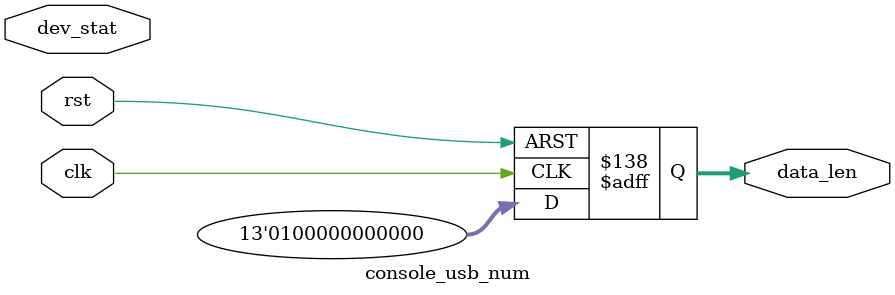
<source format=v>
module console_usb_num(
    input clk,
    input rst,

    input [0:15] dev_stat, 
    output reg [12:0] data_len

);

    reg [11:0] num0, num1, num2, num3;
    reg [11:0] num4, num5, num6, num7;


    always@(posedge clk or posedge rst) begin
        if(rst) num0 <= 12'h000;
        else if(dev_stat[0:1] == 2'b00) num0 <= 12'h000;
        else if(dev_stat[0:1] == 2'b01) num0 <= 12'h080;
        else if(dev_stat[0:1] == 2'b10) num0 <= 12'h100;
        else if(dev_stat[0:1] == 2'b11) num0 <= 12'h200;
        else num0 <= num0;
    end

    always@(posedge clk or posedge rst) begin
        if(rst) num1 <= 12'h000;
        else if(dev_stat[2:3] == 2'b00) num1 <= 12'h000;
        else if(dev_stat[2:3] == 2'b01) num1 <= 12'h080;
        else if(dev_stat[2:3] == 2'b10) num1 <= 12'h100;
        else if(dev_stat[2:3] == 2'b11) num1 <= 12'h200;
        else num1 <= num1;
    end

    always@(posedge clk or posedge rst) begin
        if(rst) num2 <= 12'h000;
        else if(dev_stat[4:5] == 2'b00) num2 <= 12'h000;
        else if(dev_stat[4:5] == 2'b01) num2 <= 12'h080;
        else if(dev_stat[4:5] == 2'b10) num2 <= 12'h100;
        else if(dev_stat[4:5] == 2'b11) num2 <= 12'h200;
        else num2 <= num2;
    end

    always@(posedge clk or posedge rst) begin
        if(rst) num3 <= 12'h000;
        else if(dev_stat[6:7] == 2'b00) num3 <= 12'h000;
        else if(dev_stat[6:7] == 2'b01) num3 <= 12'h080;
        else if(dev_stat[6:7] == 2'b10) num3 <= 12'h100;
        else if(dev_stat[6:7] == 2'b11) num3 <= 12'h200;
        else num3 <= num3;
    end

    always@(posedge clk or posedge rst) begin
        if(rst) num4 <= 12'h000;
        else if(dev_stat[8:9] == 2'b00) num4 <= 12'h000;
        else if(dev_stat[8:9] == 2'b01) num4 <= 12'h080;
        else if(dev_stat[8:9] == 2'b10) num4 <= 12'h100;
        else if(dev_stat[8:9] == 2'b11) num4 <= 12'h200;
        else num4 <= num4;
    end

    always@(posedge clk or posedge rst) begin
        if(rst) num5 <= 12'h000;
        else if(dev_stat[10:11] == 2'b00) num5 <= 12'h000;
        else if(dev_stat[10:11] == 2'b01) num5 <= 12'h080;
        else if(dev_stat[10:11] == 2'b10) num5 <= 12'h100;
        else if(dev_stat[10:11] == 2'b11) num5 <= 12'h200;
        else num5 <= num5;
    end

    always@(posedge clk or posedge rst) begin
        if(rst) num6 <= 12'h000;
        else if(dev_stat[12:13] == 2'b00) num6 <= 12'h000;
        else if(dev_stat[12:13] == 2'b01) num6 <= 12'h080;
        else if(dev_stat[12:13] == 2'b10) num6 <= 12'h100;
        else if(dev_stat[12:13] == 2'b11) num6 <= 12'h200;
        else num6 <= num6;
    end

    always@(posedge clk or posedge rst) begin
        if(rst) num7 <= 12'h000;
        else if(dev_stat[14:15] == 2'b00) num7 <= 12'h000;
        else if(dev_stat[14:15] == 2'b01) num7 <= 12'h080;
        else if(dev_stat[14:15] == 2'b10) num7 <= 12'h100;
        else if(dev_stat[14:15] == 2'b11) num7 <= 12'h200;
        else num7 <= num7;
    end

    always@(posedge clk or posedge rst) begin
        if(rst) data_len <= 13'h0000;
        else data_len <= 12'd2048;
    end

endmodule
</source>
